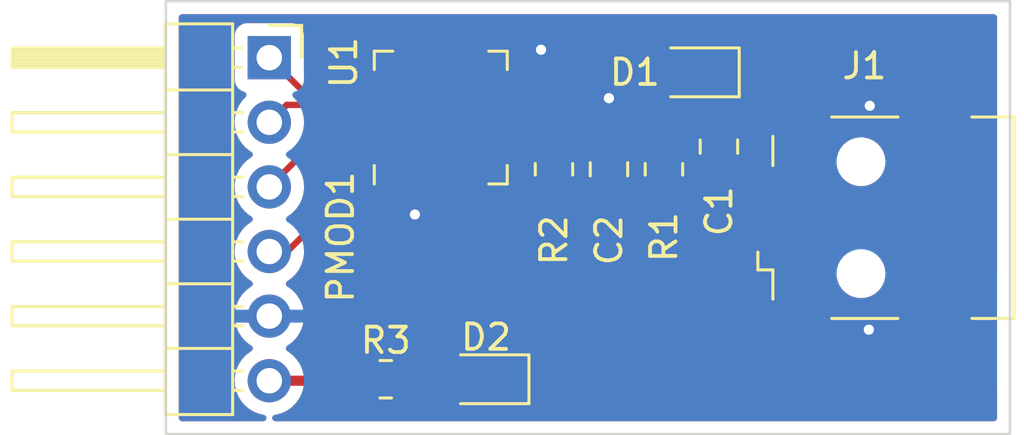
<source format=kicad_pcb>
(kicad_pcb (version 20211014) (generator pcbnew)
  (layers (0 "F.Cu" signal) (31 "B.Cu" signal) (34 "B.Paste" user) (35 "F.Paste" user) (36 "B.SilkS" user "B.Silkscreen") (37 "F.SilkS" user "F.Silkscreen") (38 "B.Mask" user) (39 "F.Mask" user) (44 "Edge.Cuts" user))
  (net 0 "")
  (net 1 "GND")
  (net 2 "+5V")
  (net 3 "Net-(C2-Pad1)")
  (net 4 "Net-(D1-Pad2)")
  (net 5 "Net-(D2-Pad2)")
  (net 6 "Net-(J1-Pad2)")
  (net 7 "Net-(J1-Pad3)")
  (net 9 "Net-(U1-Pad23)")
  (net 10 "Net-(U1-Pad24)")
  (net 11 "Net-(U1-Pad25)")
  (net 12 "Net-(U1-Pad26)")
  (net 13 "Net-(PMOD1-Pad6)")
  (net 14 "Net-(R2-Pad2)")
  (footprint "Resistor_SMD:R_0805_2012Metric" (layer "F.Cu") (at 135.001 103.886 180)
    (fp_text reference "R3" (at 0 1.524) (layer "F.SilkS"))
    (fp_text value "470" hide)
    (fp_line (start -0.227064 0.735) (end 0.227064 0.735) (layer "F.SilkS") (width 0.12))
    (fp_line (start -0.227064 -0.735) (end 0.227064 -0.735) (layer "F.SilkS") (width 0.12))
    (pad "1" smd roundrect (at -0.9125 0 180) (size 1.025 1.4) (layers "F.Cu" "F.Paste" "F.Mask") (roundrect_rratio 0.243902439) (net 5 "Net-(D2-Pad2)"))
    (pad "2" smd roundrect (at 0.9125 0 180) (size 1.025 1.4) (layers "F.Cu" "F.Paste" "F.Mask") (roundrect_rratio 0.243902439) (net 13 "Net-(PMOD1-Pad6)"))
  )
  (footprint "Package_DFN_QFN:QFN-28-1EP_5x5mm_P0.5mm_EP3.35x3.35mm" (layer "F.Cu") (at 137.16 93.599 90)
    (fp_text reference "U1" (at 2.159 -3.81 90) (layer "F.SilkS"))
    (fp_text value "CP2102N-Axx-xQFN28" hide)
    (fp_line (start 2.61 -2.61) (end 2.61 -1.885) (layer "F.SilkS") (width 0.12))
    (fp_line (start 1.885 2.61) (end 2.61 2.61) (layer "F.SilkS") (width 0.12))
    (fp_line (start -2.61 2.61) (end -2.61 1.885) (layer "F.SilkS") (width 0.12))
    (fp_line (start -1.885 -2.61) (end -2.61 -2.61) (layer "F.SilkS") (width 0.12))
    (fp_line (start 2.61 2.61) (end 2.61 1.885) (layer "F.SilkS") (width 0.12))
    (fp_line (start 1.885 -2.61) (end 2.61 -2.61) (layer "F.SilkS") (width 0.12))
    (fp_line (start -1.885 2.61) (end -2.61 2.61) (layer "F.SilkS") (width 0.12))
    (pad "1" smd roundrect (at -2.45 -1.5 90) (size 0.8 0.25) (layers "F.Cu" "F.Paste" "F.Mask"))
    (pad "2" smd roundrect (at -2.45 -1 90) (size 0.8 0.25) (layers "F.Cu" "F.Paste" "F.Mask"))
    (pad "3" smd roundrect (at -2.45 -0.5 90) (size 0.8 0.25) (layers "F.Cu" "F.Paste" "F.Mask") (net 1 "GND"))
    (pad "4" smd roundrect (at -2.45 0 90) (size 0.8 0.25) (layers "F.Cu" "F.Paste" "F.Mask") (net 7 "Net-(J1-Pad3)"))
    (pad "5" smd roundrect (at -2.45 0.5 90) (size 0.8 0.25) (layers "F.Cu" "F.Paste" "F.Mask") (net 6 "Net-(J1-Pad2)"))
    (pad "6" smd roundrect (at -2.45 1 90) (size 0.8 0.25) (layers "F.Cu" "F.Paste" "F.Mask") (net 3 "Net-(C2-Pad1)"))
    (pad "7" smd roundrect (at -2.45 1.5 90) (size 0.8 0.25) (layers "F.Cu" "F.Paste" "F.Mask") (net 2 "+5V"))
    (pad "8" smd roundrect (at -1.5 2.45 90) (size 0.25 0.8) (layers "F.Cu" "F.Paste" "F.Mask") (net 2 "+5V"))
    (pad "9" smd roundrect (at -1 2.45 90) (size 0.25 0.8) (layers "F.Cu" "F.Paste" "F.Mask") (net 14 "Net-(R2-Pad2)"))
    (pad "10" smd roundrect (at -0.5 2.45 90) (size 0.25 0.8) (layers "F.Cu" "F.Paste" "F.Mask"))
    (pad "11" smd roundrect (at 0 2.45 90) (size 0.25 0.8) (layers "F.Cu" "F.Paste" "F.Mask"))
    (pad "12" smd roundrect (at 0.5 2.45 90) (size 0.25 0.8) (layers "F.Cu" "F.Paste" "F.Mask"))
    (pad "13" smd roundrect (at 1 2.45 90) (size 0.25 0.8) (layers "F.Cu" "F.Paste" "F.Mask"))
    (pad "14" smd roundrect (at 1.5 2.45 90) (size 0.25 0.8) (layers "F.Cu" "F.Paste" "F.Mask"))
    (pad "15" smd roundrect (at 2.45 1.5 90) (size 0.8 0.25) (layers "F.Cu" "F.Paste" "F.Mask"))
    (pad "16" smd roundrect (at 2.45 1 90) (size 0.8 0.25) (layers "F.Cu" "F.Paste" "F.Mask"))
    (pad "17" smd roundrect (at 2.45 0.5 90) (size 0.8 0.25) (layers "F.Cu" "F.Paste" "F.Mask"))
    (pad "18" smd roundrect (at 2.45 0 90) (size 0.8 0.25) (layers "F.Cu" "F.Paste" "F.Mask"))
    (pad "19" smd roundrect (at 2.45 -0.5 90) (size 0.8 0.25) (layers "F.Cu" "F.Paste" "F.Mask"))
    (pad "20" smd roundrect (at 2.45 -1 90) (size 0.8 0.25) (layers "F.Cu" "F.Paste" "F.Mask"))
    (pad "21" smd roundrect (at 2.45 -1.5 90) (size 0.8 0.25) (layers "F.Cu" "F.Paste" "F.Mask"))
    (pad "22" smd roundrect (at 1.5 -2.45 90) (size 0.25 0.8) (layers "F.Cu" "F.Paste" "F.Mask"))
    (pad "23" smd roundrect (at 1 -2.45 90) (size 0.25 0.8) (layers "F.Cu" "F.Paste" "F.Mask") (net 9 "Net-(U1-Pad23)"))
    (pad "24" smd roundrect (at 0.5 -2.45 90) (size 0.25 0.8) (layers "F.Cu" "F.Paste" "F.Mask") (net 10 "Net-(U1-Pad24)"))
    (pad "25" smd roundrect (at 0 -2.45 90) (size 0.25 0.8) (layers "F.Cu" "F.Paste" "F.Mask") (net 11 "Net-(U1-Pad25)"))
    (pad "26" smd roundrect (at -0.5 -2.45 90) (size 0.25 0.8) (layers "F.Cu" "F.Paste" "F.Mask") (net 12 "Net-(U1-Pad26)"))
    (pad "27" smd roundrect (at -1 -2.45 90) (size 0.25 0.8) (layers "F.Cu" "F.Paste" "F.Mask"))
    (pad "28" smd roundrect (at -1.5 -2.45 90) (size 0.25 0.8) (layers "F.Cu" "F.Paste" "F.Mask"))
    (pad "29" smd rect (at 0 0 90) (size 3.35 3.35) (layers "F.Cu" "F.Mask") (net 1 "GND"))
  )
  (footprint "Connector_USB:USB_Mini-B_Wuerth_65100516121_Horizontal" (layer "F.Cu") (at 153.661 97.536 90)
    (fp_text reference "J1" (at 5.969 0.136 180) (layer "F.SilkS"))
    (fp_text value "USB_B_Mini" hide)
    (fp_line (start -3.96 1.45) (end -3.96 -1.15) (layer "F.SilkS") (width 0.12))
    (fp_line (start 2.05 -3.46) (end 3.2 -3.46) (layer "F.SilkS") (width 0.12))
    (fp_line (start -2.05 -4.05) (end -1.35 -4.05) (layer "F.SilkS") (width 0.12))
    (fp_line (start -2.05 -3.46) (end -2.05 -4.05) (layer "F.SilkS") (width 0.12))
    (fp_line (start 3.96 -1.15) (end 3.96 1.45) (layer "F.SilkS") (width 0.12))
    (fp_line (start 3.96 6.01) (end 3.96 4.35) (layer "F.SilkS") (width 0.12))
    (fp_line (start -3.96 6.01) (end 3.96 6.01) (layer "F.SilkS") (width 0.12))
    (fp_line (start -3.96 4.35) (end -3.96 6.01) (layer "F.SilkS") (width 0.12))
    (fp_line (start -3.2 -3.46) (end -2.05 -3.46) (layer "F.SilkS") (width 0.12))
    (pad "" np_thru_hole circle (at -2.2 0 90) (size 0.9 0.9) (drill 0.9) (layers *.Cu *.Mask))
    (pad "" np_thru_hole circle (at 2.2 0 90) (size 0.9 0.9) (drill 0.9) (layers *.Cu *.Mask))
    (pad "1" smd rect (at -1.6 -2.6 90) (size 0.5 2.5) (layers "F.Cu" "F.Paste" "F.Mask") (net 2 "+5V"))
    (pad "2" smd rect (at -0.8 -2.6 90) (size 0.5 2.5) (layers "F.Cu" "F.Paste" "F.Mask") (net 6 "Net-(J1-Pad2)"))
    (pad "3" smd rect (at 0 -2.6 90) (size 0.5 2.5) (layers "F.Cu" "F.Paste" "F.Mask") (net 7 "Net-(J1-Pad3)"))
    (pad "4" smd rect (at 0.8 -2.6 90) (size 0.5 2.5) (layers "F.Cu" "F.Paste" "F.Mask"))
    (pad "5" smd rect (at 1.6 -2.6 90) (size 0.5 2.5) (layers "F.Cu" "F.Paste" "F.Mask") (net 1 "GND"))
    (pad "6" smd rect (at -4.4 -2.6 90) (size 2 2.5) (layers "F.Cu" "F.Paste" "F.Mask") (net 1 "GND"))
    (pad "6" smd rect (at 4.4 -2.6 90) (size 2 2.5) (layers "F.Cu" "F.Paste" "F.Mask") (net 1 "GND"))
    (pad "6" smd rect (at 4.4 2.9 90) (size 2 2.5) (layers "F.Cu" "F.Paste" "F.Mask") (net 1 "GND"))
    (pad "6" smd rect (at -4.4 2.9 90) (size 2 2.5) (layers "F.Cu" "F.Paste" "F.Mask") (net 1 "GND"))
  )
  (footprint "Capacitor_SMD:C_0805_2012Metric" (layer "F.Cu") (at 143.764 95.631 90)
    (fp_text reference "C2" (at -2.794 0 90) (layer "F.SilkS"))
    (fp_text value "0.1u" hide)
    (fp_line (start -0.261252 -0.735) (end 0.261252 -0.735) (layer "F.SilkS") (width 0.12))
    (fp_line (start -0.261252 0.735) (end 0.261252 0.735) (layer "F.SilkS") (width 0.12))
    (pad "1" smd roundrect (at -0.95 0 90) (size 1 1.45) (layers "F.Cu" "F.Paste" "F.Mask") (net 3 "Net-(C2-Pad1)"))
    (pad "2" smd roundrect (at 0.95 0 90) (size 1 1.45) (layers "F.Cu" "F.Paste" "F.Mask") (net 1 "GND"))
  )
  (footprint "Resistor_SMD:R_0805_2012Metric" (layer "F.Cu") (at 145.923 95.631 -90)
    (fp_text reference "R1" (at 2.667 0 90) (layer "F.SilkS"))
    (fp_text value "470" hide)
    (fp_line (start -0.227064 -0.735) (end 0.227064 -0.735) (layer "F.SilkS") (width 0.12))
    (fp_line (start -0.227064 0.735) (end 0.227064 0.735) (layer "F.SilkS") (width 0.12))
    (pad "1" smd roundrect (at -0.9125 0 270) (size 1.025 1.4) (layers "F.Cu" "F.Paste" "F.Mask") (roundrect_rratio 0.243902439) (net 4 "Net-(D1-Pad2)"))
    (pad "2" smd roundrect (at 0.9125 0 270) (size 1.025 1.4) (layers "F.Cu" "F.Paste" "F.Mask") (roundrect_rratio 0.243902439) (net 3 "Net-(C2-Pad1)"))
  )
  (footprint "pmod-conn_6x2:pmod_type_1_pin" (layer "F.Cu") (at 127.658 97.594)
    (fp_text reference "PMOD1" (at 5.565 0.704 90 unlocked) (layer "F.SilkS"))
    (fp_text value "PMOD-Device-x1-Type-1-GPIO" hide)
    (fp_line (start -1.33 -6.07) (end -7.33 -6.07) (layer "F.SilkS") (width 0.12))
    (fp_line (start -7.33 -5.97) (end -1.33 -5.97) (layer "F.SilkS") (width 0.12))
    (fp_line (start -1.33 -4.19) (end -7.33 -4.19) (layer "F.SilkS") (width 0.12))
    (fp_line (start -7.33 0.89) (end -7.33 1.65) (layer "F.SilkS") (width 0.12))
    (fp_line (start -1.33 -6.43) (end -7.33 -6.43) (layer "F.SilkS") (width 0.12))
    (fp_line (start -1.33 -6.67) (end -7.33 -6.67) (layer "F.SilkS") (width 0.12))
    (fp_line (start -1.33 -6.31) (end -7.33 -6.31) (layer "F.SilkS") (width 0.12))
    (fp_line (start -7.33 -4.19) (end -7.33 -3.43) (layer "F.SilkS") (width 0.12))
    (fp_line (start 1.727071 3.43) (end 1.33 3.43) (layer "F.SilkS") (width 0.12))
    (fp_line (start 1.727071 -0.89) (end 1.33 -0.89) (layer "F.SilkS") (width 0.12))
    (fp_line (start -1.33 -7.68) (end 1.33 -7.68) (layer "F.SilkS") (width 0.12))
    (fp_line (start -1.33 3.43) (end -7.33 3.43) (layer "F.SilkS") (width 0.12))
    (fp_line (start 1.33 5.08) (end -1.33 5.08) (layer "F.SilkS") (width 0.12))
    (fp_line (start 1.33 2.54) (end -1.33 2.54) (layer "F.SilkS") (width 0.12))
    (fp_line (start -1.33 -1.65) (end -7.33 -1.65) (layer "F.SilkS") (width 0.12))
    (fp_line (start 1.66 -5.97) (end 1.33 -5.97) (layer "F.SilkS") (width 0.12))
    (fp_line (start -1.33 0.89) (end -7.33 0.89) (layer "F.SilkS") (width 0.12))
    (fp_line (start -7.33 -0.89) (end -1.33 -0.89) (layer "F.SilkS") (width 0.12))
    (fp_line (start -7.33 5.97) (end -7.33 6.73) (layer "F.SilkS") (width 0.12))
    (fp_line (start -1.33 7.68) (end -1.33 -7.68) (layer "F.SilkS") (width 0.12))
    (fp_line (start 4.04 -7.62) (end 2.77 -7.62) (layer "F.SilkS") (width 0.12))
    (fp_line (start 1.727071 -4.19) (end 1.33 -4.19) (layer "F.SilkS") (width 0.12))
    (fp_line (start 1.727071 -3.43) (end 1.33 -3.43) (layer "F.SilkS") (width 0.12))
    (fp_line (start -1.33 -6.19) (end -7.33 -6.19) (layer "F.SilkS") (width 0.12))
    (fp_line (start -7.33 -1.65) (end -7.33 -0.89) (layer "F.SilkS") (width 0.12))
    (fp_line (start -7.33 1.65) (end -1.33 1.65) (layer "F.SilkS") (width 0.12))
    (fp_line (start 1.727071 -1.65) (end 1.33 -1.65) (layer "F.SilkS") (width 0.12))
    (fp_line (start -7.33 4.19) (end -1.33 4.19) (layer "F.SilkS") (width 0.12))
    (fp_line (start 1.727071 1.65) (end 1.33 1.65) (layer "F.SilkS") (width 0.12))
    (fp_line (start 1.727071 4.19) (end 1.33 4.19) (layer "F.SilkS") (width 0.12))
    (fp_line (start -1.33 -6.55) (end -7.33 -6.55) (layer "F.SilkS") (width 0.12))
    (fp_line (start -7.33 3.43) (end -7.33 4.19) (layer "F.SilkS") (width 0.12))
    (fp_line (start 1.33 -5.08) (end -1.33 -5.08) (layer "F.SilkS") (width 0.12))
    (fp_line (start 1.66 -6.73) (end 1.33 -6.73) (layer "F.SilkS") (width 0.12))
    (fp_line (start -7.33 -3.43) (end -1.33 -3.43) (layer "F.SilkS") (width 0.12))
    (fp_line (start -7.33 6.73) (end -1.33 6.73) (layer "F.SilkS") (width 0.12))
    (fp_line (start 1.727071 0.89) (end 1.33 0.89) (layer "F.SilkS") (width 0.12))
    (fp_line (start 1.33 7.68) (end -1.33 7.68) (layer "F.SilkS") (width 0.12))
    (fp_line (start 4.04 -6.35) (end 4.04 -7.62) (layer "F.SilkS") (width 0.12))
    (fp_line (start -1.33 -6.73) (end -7.33 -6.73) (layer "F.SilkS") (width 0.12))
    (fp_line (start -7.33 -6.73) (end -7.33 -5.97) (layer "F.SilkS") (width 0.12))
    (fp_line (start 1.33 -7.68) (end 1.33 7.68) (layer "F.SilkS") (width 0.12))
    (fp_line (start -1.33 5.97) (end -7.33 5.97) (layer "F.SilkS") (width 0.12))
    (fp_line (start 1.33 0) (end -1.33 0) (layer "F.SilkS") (width 0.12))
    (fp_line (start 1.727071 5.97) (end 1.33 5.97) (layer "F.SilkS") (width 0.12))
    (fp_line (start 1.33 -2.54) (end -1.33 -2.54) (layer "F.SilkS") (width 0.12))
    (fp_line (start 1.727071 6.73) (end 1.33 6.73) (layer "F.SilkS") (width 0.12))
    (pad "1" thru_hole rect (at 2.77 -6.35) (size 1.7 1.7) (drill 1) (layers *.Cu *.Mask) (net 9 "Net-(U1-Pad23)"))
    (pad "2" thru_hole oval (at 2.77 -3.81) (size 1.7 1.7) (drill 1) (layers *.Cu *.Mask) (net 10 "Net-(U1-Pad24)"))
    (pad "3" thru_hole oval (at 2.77 -1.27) (size 1.7 1.7) (drill 1) (layers *.Cu *.Mask) (net 11 "Net-(U1-Pad25)"))
    (pad "4" thru_hole oval (at 2.77 1.27) (size 1.7 1.7) (drill 1) (layers *.Cu *.Mask) (net 12 "Net-(U1-Pad26)"))
    (pad "5" thru_hole oval (at 2.77 3.81) (size 1.7 1.7) (drill 1) (layers *.Cu *.Mask) (net 1 "GND"))
    (pad "6" thru_hole oval (at 2.77 6.35) (size 1.7 1.7) (drill 1) (layers *.Cu *.Mask) (net 13 "Net-(PMOD1-Pad6)"))
  )
  (footprint "Resistor_SMD:R_0805_2012Metric" (layer "F.Cu") (at 141.605 95.631 90)
    (fp_text reference "R2" (at -2.794 0 90) (layer "F.SilkS"))
    (fp_text value "470")
    (fp_line (start -0.227064 0.735) (end 0.227064 0.735) (layer "F.SilkS") (width 0.12))
    (fp_line (start -0.227064 -0.735) (end 0.227064 -0.735) (layer "F.SilkS") (width 0.12))
    (pad "1" smd roundrect (at -0.9125 0 90) (size 1.025 1.4) (layers "F.Cu" "F.Paste" "F.Mask") (roundrect_rratio 0.243902439) (net 3 "Net-(C2-Pad1)"))
    (pad "2" smd roundrect (at 0.9125 0 90) (size 1.025 1.4) (layers "F.Cu" "F.Paste" "F.Mask") (roundrect_rratio 0.243902439) (net 14 "Net-(R2-Pad2)"))
  )
  (footprint "LED_SMD:LED_0805_2012Metric" (layer "F.Cu") (at 138.938 103.886 180)
    (fp_text reference "D2" (at 0 1.651) (layer "F.SilkS"))
    (fp_text value "orange" hide)
    (fp_line (start -1.685 0.96) (end 1 0.96) (layer "F.SilkS") (width 0.12))
    (fp_line (start -1.685 -0.96) (end -1.685 0.96) (layer "F.SilkS") (width 0.12))
    (fp_line (start 1 -0.96) (end -1.685 -0.96) (layer "F.SilkS") (width 0.12))
    (pad "1" smd roundrect (at -0.9375 0 180) (size 0.975 1.4) (layers "F.Cu" "F.Paste" "F.Mask") (net 1 "GND"))
    (pad "2" smd roundrect (at 0.9375 0 180) (size 0.975 1.4) (layers "F.Cu" "F.Paste" "F.Mask") (net 5 "Net-(D2-Pad2)"))
  )
  (footprint "Capacitor_SMD:C_0805_2012Metric" (layer "F.Cu") (at 148.082 94.742 -90)
    (fp_text reference "C1" (at 2.54 0 90) (layer "F.SilkS"))
    (fp_text value "0.1u" hide)
    (fp_line (start -0.261252 -0.735) (end 0.261252 -0.735) (layer "F.SilkS") (width 0.12))
    (fp_line (start -0.261252 0.735) (end 0.261252 0.735) (layer "F.SilkS") (width 0.12))
    (pad "1" smd roundrect (at -0.95 0 270) (size 1 1.45) (layers "F.Cu" "F.Paste" "F.Mask") (net 1 "GND"))
    (pad "2" smd roundrect (at 0.95 0 270) (size 1 1.45) (layers "F.Cu" "F.Paste" "F.Mask") (net 2 "+5V"))
  )
  (footprint "LED_SMD:LED_0805_2012Metric" (layer "F.Cu") (at 147.193 91.821 180)
    (fp_text reference "D1" (at 2.413 0 180) (layer "F.SilkS"))
    (fp_text value "orange" hide)
    (fp_line (start 1 -0.96) (end -1.685 -0.96) (layer "F.SilkS") (width 0.12))
    (fp_line (start -1.685 0.96) (end 1 0.96) (layer "F.SilkS") (width 0.12))
    (fp_line (start -1.685 -0.96) (end -1.685 0.96) (layer "F.SilkS") (width 0.12))
    (pad "1" smd roundrect (at -0.9375 0 180) (size 0.975 1.4) (layers "F.Cu" "F.Paste" "F.Mask") (net 1 "GND"))
    (pad "2" smd roundrect (at 0.9375 0 180) (size 0.975 1.4) (layers "F.Cu" "F.Paste" "F.Mask") (net 4 "Net-(D1-Pad2)"))
  )
  (gr_rect (start 126.365 89.027) (end 159.512 106.045) (layer "Edge.Cuts") (width 0.1) (fill none))
  (segment (start 137.16 93.599) (end 137.162672 93.599) (width 0.25) (layer "F.Cu") (net 1))
  (segment (start 136.66 94.099) (end 137.16 93.599) (width 0.25) (layer "F.Cu") (net 1))
  (segment (start 136.144 97.409) (end 136.144 101.346) (width 0.25) (layer "F.Cu") (net 1))
  (segment (start 143.764 92.075) (end 144.8435 90.9955) (width 0.4) (layer "F.Cu") (net 1))
  (segment (start 151.061 95.936) (end 151.061 93.136) (width 0.4) (layer "F.Cu") (net 1))
  (segment (start 139.829672 90.932) (end 140.843 90.932) (width 0.25) (layer "F.Cu") (net 1))
  (segment (start 148.082 91.8695) (end 148.1305 91.821) (width 0.4) (layer "F.Cu") (net 1))
  (segment (start 148.082 93.792) (end 148.082 93.091) (width 0.4) (layer "F.Cu") (net 1))
  (segment (start 148.082 91.7725) (end 148.1305 91.821) (width 0.4) (layer "F.Cu") (net 1))
  (segment (start 147.574 90.424) (end 148.082 90.932) (width 0.4) (layer "F.Cu") (net 1))
  (segment (start 137.3935 101.404) (end 136.086 101.404) (width 0.4) (layer "F.Cu") (net 1))
  (segment (start 136.66 96.893) (end 136.144 97.409) (width 0.25) (layer "F.Cu") (net 1))
  (segment (start 136.144 101.346) (end 136.086 101.404) (width 0.25) (layer "F.Cu") (net 1))
  (segment (start 156.561 101.936) (end 153.969 101.936) (width 1) (layer "F.Cu") (net 1))
  (segment (start 153.969 101.936) (end 151.061 101.936) (width 1) (layer "F.Cu") (net 1))
  (segment (start 136.086 101.404) (end 130.428 101.404) (width 0.4) (layer "F.Cu") (net 1))
  (segment (start 148.082 93.091) (end 148.082 91.8695) (width 0.4) (layer "F.Cu") (net 1))
  (segment (start 140.843 90.932) (end 141.097 90.932) (width 0.25) (layer "F.Cu") (net 1))
  (segment (start 143.764 92.837) (end 143.764 94.681) (width 0.4) (layer "F.Cu") (net 1))
  (segment (start 136.66 96.049) (end 136.66 94.099) (width 0.25) (layer "F.Cu") (net 1))
  (segment (start 137.162672 93.599) (end 139.829672 90.932) (width 0.25) (layer "F.Cu") (net 1))
  (segment (start 143.764 92.837) (end 143.764 92.075) (width 0.4) (layer "F.Cu") (net 1))
  (segment (start 145.415 90.424) (end 147.574 90.424) (width 0.4) (layer "F.Cu") (net 1))
  (segment (start 151.061 93.136) (end 148.127 93.136) (width 0.4) (layer "F.Cu") (net 1))
  (segment (start 154.006 93.136) (end 151.061 93.136) (width 1) (layer "F.Cu") (net 1))
  (segment (start 156.561 93.136) (end 154.006 93.136) (width 1) (layer "F.Cu") (net 1))
  (segment (start 144.8435 90.9955) (end 145.415 90.424) (width 0.4) (layer "F.Cu") (net 1))
  (segment (start 139.8755 103.886) (end 137.3935 101.404) (width 0.4) (layer "F.Cu") (net 1))
  (segment (start 144.78 90.932) (end 144.8435 90.9955) (width 0.4) (layer "F.Cu") (net 1))
  (segment (start 148.082 90.932) (end 148.082 91.7725) (width 0.4) (layer "F.Cu") (net 1))
  (segment (start 136.66 96.049) (end 136.66 96.893) (width 0.25) (layer "F.Cu") (net 1))
  (segment (start 148.127 93.136) (end 148.082 93.091) (width 0.4) (layer "F.Cu") (net 1))
  (segment (start 141.097 90.932) (end 144.78 90.932) (width 0.4) (layer "F.Cu") (net 1))
  (via (at 143.764 92.837) (size 0.8) (drill 0.4) (layers "F.Cu" "B.Cu") (net 1))
  (via (at 136.144 97.409) (size 0.8) (drill 0.4) (layers "F.Cu" "B.Cu") (net 1))
  (via (at 154.006 93.136) (size 0.8) (drill 0.4) (layers "F.Cu" "B.Cu") (net 1))
  (via (at 153.969 101.936) (size 0.8) (drill 0.4) (layers "F.Cu" "B.Cu") (net 1))
  (via (at 141.097 90.932) (size 0.8) (drill 0.4) (layers "F.Cu" "B.Cu") (net 1))
  (segment (start 151.061 99.136) (end 148.793 99.136) (width 0.4) (layer "F.Cu") (net 2))
  (segment (start 148.082 95.692) (end 148.021 95.631) (width 0.25) (layer "F.Cu") (net 2))
  (segment (start 148.021 95.631) (end 139.192 95.631) (width 0.25) (layer "F.Cu") (net 2))
  (segment (start 148.082 98.425) (end 148.082 95.692) (width 0.4) (layer "F.Cu") (net 2))
  (segment (start 138.66 96.049) (end 139.135 95.574) (width 0.25) (layer "F.Cu") (net 2))
  (segment (start 148.793 99.136) (end 148.082 98.425) (width 0.4) (layer "F.Cu") (net 2))
  (segment (start 139.192 95.631) (end 139.135 95.574) (width 0.25) (layer "F.Cu") (net 2))
  (segment (start 139.135 95.574) (end 139.61 95.099) (width 0.25) (layer "F.Cu") (net 2))
  (segment (start 138.16 96.049) (end 138.16 96.496327) (width 0.25) (layer "F.Cu") (net 3))
  (segment (start 138.16 96.496327) (end 138.751337 97.087664) (width 0.25) (layer "F.Cu") (net 3))
  (segment (start 141.537664 97.087664) (end 143.704336 97.087664) (width 0.25) (layer "F.Cu") (net 3))
  (segment (start 143.764 97.028) (end 143.704336 97.087664) (width 0.25) (layer "F.Cu") (net 3))
  (segment (start 141.605 96.5435) (end 141.605 97.020328) (width 0.25) (layer "F.Cu") (net 3))
  (segment (start 138.751337 97.087664) (end 141.537664 97.087664) (width 0.25) (layer "F.Cu") (net 3))
  (segment (start 143.764 96.581) (end 143.764 97.028) (width 0.25) (layer "F.Cu") (net 3))
  (segment (start 145.378836 97.087664) (end 145.923 96.5435) (width 0.25) (layer "F.Cu") (net 3))
  (segment (start 143.704336 97.087664) (end 145.378836 97.087664) (width 0.25) (layer "F.Cu") (net 3))
  (segment (start 141.605 97.020328) (end 141.537664 97.087664) (width 0.25) (layer "F.Cu") (net 3))
  (segment (start 145.923 94.7185) (end 145.923 92.1535) (width 0.4) (layer "F.Cu") (net 4))
  (segment (start 145.923 92.1535) (end 146.2555 91.821) (width 0.4) (layer "F.Cu") (net 4))
  (segment (start 135.9135 103.886) (end 138.0005 103.886) (width 0.4) (layer "F.Cu") (net 5))
  (segment (start 158.135511 100.611489) (end 155.860022 98.336) (width 0.25) (layer "F.Cu") (net 6))
  (segment (start 158.135511 103.260511) (end 158.135511 100.611489) (width 0.25) (layer "F.Cu") (net 6))
  (segment (start 137.66 96.049) (end 137.66 96.632045) (width 0.25) (layer "F.Cu") (net 6))
  (segment (start 157.637022 103.759) (end 158.135511 103.260511) (width 0.25) (layer "F.Cu") (net 6))
  (segment (start 137.66 96.632045) (end 144.786955 103.759) (width 0.25) (layer "F.Cu") (net 6))
  (segment (start 155.860022 98.336) (end 151.061 98.336) (width 0.25) (layer "F.Cu") (net 6))
  (segment (start 144.786955 103.759) (end 157.637022 103.759) (width 0.25) (layer "F.Cu") (net 6))
  (segment (start 158.585031 100.425292) (end 155.69574 97.536) (width 0.25) (layer "F.Cu") (net 7))
  (segment (start 158.585031 103.446709) (end 158.585031 100.425292) (width 0.25) (layer "F.Cu") (net 7))
  (segment (start 155.69574 97.536) (end 151.061 97.536) (width 0.25) (layer "F.Cu") (net 7))
  (segment (start 157.823219 104.20852) (end 158.585031 103.446709) (width 0.25) (layer "F.Cu") (net 7))
  (segment (start 137.16 96.767763) (end 144.600757 104.20852) (width 0.25) (layer "F.Cu") (net 7))
  (segment (start 137.16 96.049) (end 137.16 96.767763) (width 0.25) (layer "F.Cu") (net 7))
  (segment (start 144.600757 104.20852) (end 157.823219 104.20852) (width 0.25) (layer "F.Cu") (net 7))
  (segment (start 134.71 92.599) (end 131.783 92.599) (width 0.25) (layer "F.Cu") (net 9))
  (segment (start 131.783 92.599) (end 130.428 91.244) (width 0.25) (layer "F.Cu") (net 9))
  (segment (start 134.71 93.099) (end 131.113 93.099) (width 0.25) (layer "F.Cu") (net 10))
  (segment (start 131.113 93.099) (end 130.428 93.784) (width 0.25) (layer "F.Cu") (net 10))
  (segment (start 133.153 93.599) (end 130.428 96.324) (width 0.25) (layer "F.Cu") (net 11))
  (segment (start 134.71 93.599) (end 133.153 93.599) (width 0.25) (layer "F.Cu") (net 11))
  (segment (start 131.953 96.408672) (end 131.953 98.044) (width 0.25) (layer "F.Cu") (net 12))
  (segment (start 134.71 94.099) (end 134.262672 94.099) (width 0.25) (layer "F.Cu") (net 12))
  (segment (start 131.133 98.864) (end 130.428 98.864) (width 0.25) (layer "F.Cu") (net 12))
  (segment (start 134.262672 94.099) (end 131.953 96.408672) (width 0.25) (layer "F.Cu") (net 12))
  (segment (start 131.953 98.044) (end 131.133 98.864) (width 0.25) (layer "F.Cu") (net 12))
  (segment (start 134.0305 103.944) (end 134.0885 103.886) (width 0.4) (layer "F.Cu") (net 13))
  (segment (start 130.428 103.944) (end 134.0305 103.944) (width 0.4) (layer "F.Cu") (net 13))
  (segment (start 141.4855 94.599) (end 141.605 94.7185) (width 0.25) (layer "F.Cu") (net 14))
  (segment (start 139.61 94.599) (end 141.4855 94.599) (width 0.25) (layer "F.Cu") (net 14))
  (zone (net 1) (net_name "GND") (layer "F.Cu") (connect_pads (clearance 0.508)) (min_thickness 0.254) (fill yes (thermal_gap 0.508) (thermal_bridge_width 0.508))
    (polygon (pts (xy 159.512 106.045) (xy 126.365 105.918) (xy 126.365 89.027) (xy 159.512 89.027)))
  )
  (zone (net 1) (net_name "GND") (layer "B.Cu") (connect_pads (clearance 0.508)) (min_thickness 0.254) (fill yes (thermal_gap 0.508) (thermal_bridge_width 0.508))
    (polygon (pts (xy 159.512 106.045) (xy 126.365 106.045) (xy 126.365 89.027) (xy 159.512 89.027)))
  )
)
</source>
